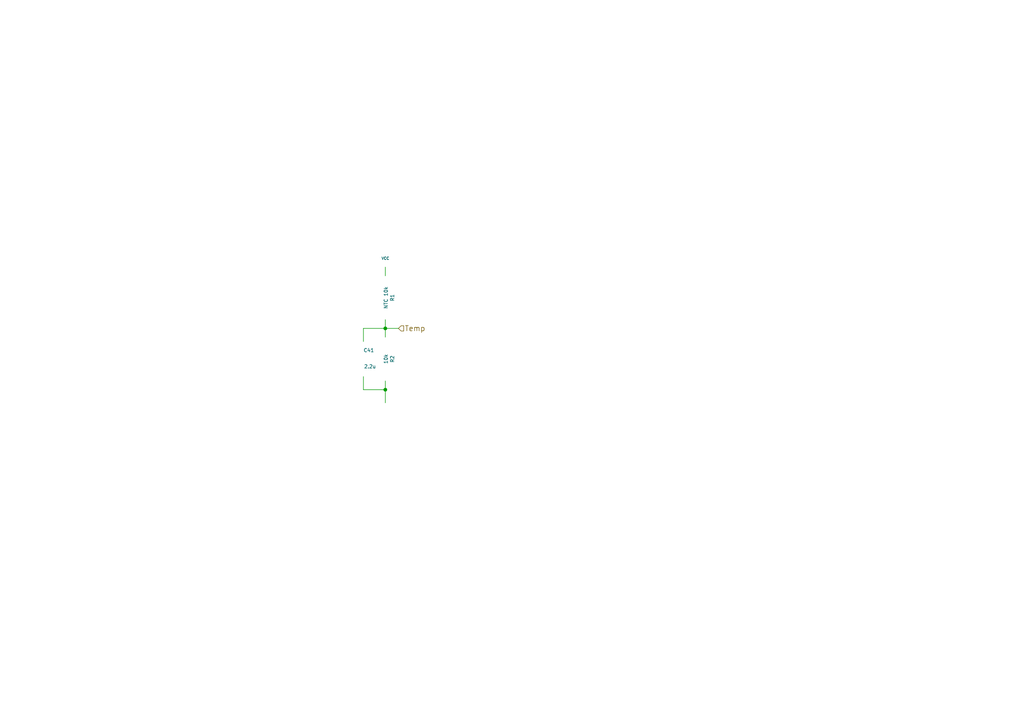
<source format=kicad_sch>
(kicad_sch (version 20230121) (generator eeschema)
  (paper "A4")
  (title_block (title "BLDC Driver 4.11") (date "21 aug 2015") (rev "4.12") (company "Benjamin Vedder"))
  (lib_symbols)
  (junction (at 111.76 113.03))
  (junction (at 111.76 95.25))
  (wire (pts (xy 105.41 95.25) (xy 111.76 95.25)))
  (wire (pts (xy 111.76 95.25) (xy 111.76 97.79)))
  (wire (pts (xy 111.76 77.47) (xy 111.76 80.01)))
  (wire (pts (xy 111.76 92.71) (xy 111.76 95.25)))
  (wire (pts (xy 105.41 95.25) (xy 105.41 99.06)))
  (wire (pts (xy 111.76 110.49) (xy 111.76 113.03)))
  (wire (pts (xy 111.76 113.03) (xy 111.76 116.84)))
  (wire (pts (xy 111.76 95.25) (xy 115.57 95.25)))
  (wire (pts (xy 105.41 113.03) (xy 111.76 113.03)))
  (wire (pts (xy 105.41 109.22) (xy 105.41 113.03)))
  (hierarchical_label "Temp" (shape input) (at 115.57 95.25 0) (effects (font (size 1.524 1.524))))
  (symbol (lib_id "R-RESCUE-BLDC_4") (at 111.76 86.36 0) (unit 1)
    (property "Reference" "R1" (at 113.792 86.36 90) (effects (font (size 1.016 1.016))))
    (property "Value" "NTC 10k" (at 111.9378 86.3346 90) (effects (font (size 1.016 1.016))))
    (property "Footprint" "CRF1:SMD-0603_r" (effects hide))
  )
  (symbol (lib_id "R-RESCUE-BLDC_4") (at 111.76 104.14 0) (unit 1)
    (property "Reference" "R2" (at 113.792 104.14 90) (effects (font (size 1.016 1.016))))
    (property "Value" "10k" (at 111.9378 104.1146 90) (effects (font (size 1.016 1.016))))
    (property "Footprint" "CRF1:SMD-0603_r" (effects hide))
  )
  (symbol (lib_id "C-RESCUE-BLDC_4") (at 105.41 104.14 0) (unit 1)
    (property "Reference" "C41" (at 105.41 101.6 0) (effects (font (size 1.016 1.016)) (justify left)))
    (property "Value" "2.2u" (at 105.5624 106.299 0) (effects (font (size 1.016 1.016)) (justify left)))
    (property "Footprint" "CRF1:SMD-0603_c" (effects hide))
  )
  (symbol (lib_id "VCC") (at 111.76 77.47 0) (unit 1)
    (property "Reference" "#PWR023" (effects hide))
    (property "Value" "VCC" (at 111.76 74.93 0) (effects (font (size 0.762 0.762))))
  )
  (symbol (lib_id "GND-RESCUE-BLDC_4") (at 111.76 116.84 0) (unit 1)
    (property "Reference" "#PWR024" (effects hide))
    (property "Value" "GND" (effects hide))
  )
)
</source>
